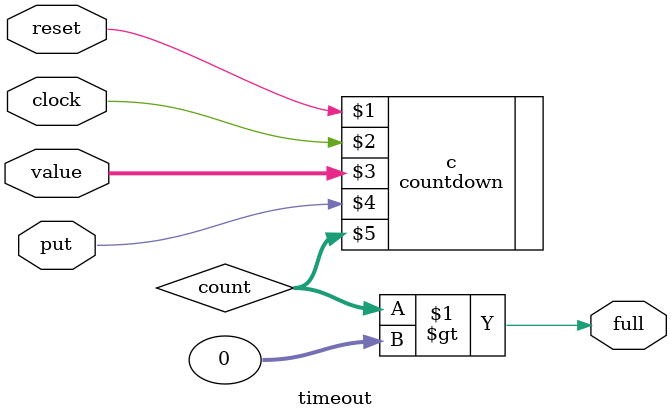
<source format=v>
/*
 * Timeout Timer Module
 *
 * Copyright (c) 2021 Alexei A. Smekalkine <ikle@ikle.ru>
 *
 * SPDX-License-Identifier: BSD-2-Clause
 */

`ifndef TIMER_TIMEOUT_V
`define TIMER_TIMEOUT_V  1

`include "timer/countdown.v"

module timeout #(
	parameter W = 8
)(
	input reset, input clock,
	input [W-1:0] value, input put, output full
);
	wire [W-1:0] count;

	countdown #(W) c (reset, clock, value, put, count);

	assign full = (count > 0);
endmodule

`endif  /* TIMER_TIMEOUT_V */

</source>
